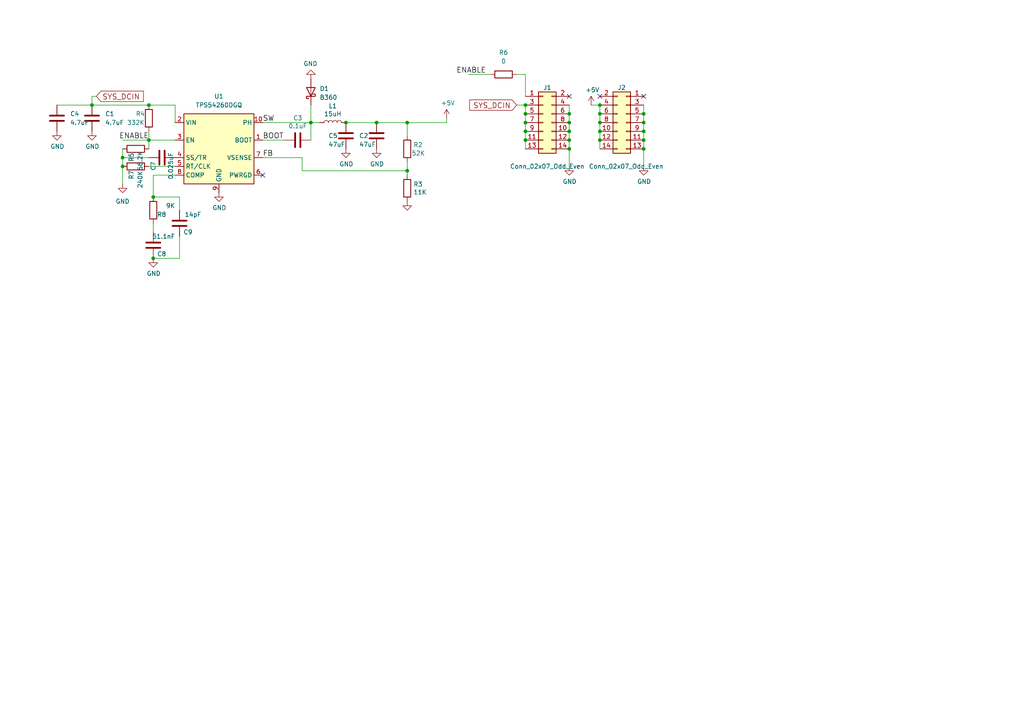
<source format=kicad_sch>
(kicad_sch (version 20231120) (generator "eeschema") (generator_version "8.0")
  (paper "A4")
  (title_block (title "powermod-tps54260-1.4") (company "Lightside Instruments AS"))
  (lib_symbols
    (symbol "Connector_Generic:Conn_02x07_Odd_Even" (pin_names (offset 1.016) hide)
      (property "Reference" "J" (at 1.27 10.16 0))
      (property "Value" "Conn_02x07_Odd_Even" (at 1.27 -10.16 0))
      (symbol "Conn_02x07_Odd_Even_1_1"
        (rectangle (start -1.27 -7.493) (end 0 -7.747) (stroke (width 0.1524)))
        (rectangle (start -1.27 -4.953) (end 0 -5.207) (stroke (width 0.1524)))
        (rectangle (start -1.27 -2.413) (end 0 -2.667) (stroke (width 0.1524)))
        (rectangle (start -1.27 0.127) (end 0 -0.127) (stroke (width 0.1524)))
        (rectangle (start -1.27 2.667) (end 0 2.413) (stroke (width 0.1524)))
        (rectangle (start -1.27 5.207) (end 0 4.953) (stroke (width 0.1524)))
        (rectangle (start -1.27 7.747) (end 0 7.493) (stroke (width 0.1524)))
        (rectangle (start -1.27 8.89) (end 3.81 -8.89) (stroke (width 0.254)) (fill (type background)))
        (rectangle (start 3.81 -7.493) (end 2.54 -7.747) (stroke (width 0.1524)))
        (rectangle (start 3.81 -4.953) (end 2.54 -5.207) (stroke (width 0.1524)))
        (rectangle (start 3.81 -2.413) (end 2.54 -2.667) (stroke (width 0.1524)))
        (rectangle (start 3.81 0.127) (end 2.54 -0.127) (stroke (width 0.1524)))
        (rectangle (start 3.81 2.667) (end 2.54 2.413) (stroke (width 0.1524)))
        (rectangle (start 3.81 5.207) (end 2.54 4.953) (stroke (width 0.1524)))
        (rectangle (start 3.81 7.747) (end 2.54 7.493) (stroke (width 0.1524)))
        (pin passive line (at -5.08 7.62 0) (length 3.81) (name "Pin_1") (number "1"))
        (pin passive line (at 7.62 -2.54 180) (length 3.81) (name "Pin_10") (number "10"))
        (pin passive line (at -5.08 -5.08 0) (length 3.81) (name "Pin_11") (number "11"))
        (pin passive line (at 7.62 -5.08 180) (length 3.81) (name "Pin_12") (number "12"))
        (pin passive line (at -5.08 -7.62 0) (length 3.81) (name "Pin_13") (number "13"))
        (pin passive line (at 7.62 -7.62 180) (length 3.81) (name "Pin_14") (number "14"))
        (pin passive line (at 7.62 7.62 180) (length 3.81) (name "Pin_2") (number "2"))
        (pin passive line (at -5.08 5.08 0) (length 3.81) (name "Pin_3") (number "3"))
        (pin passive line (at 7.62 5.08 180) (length 3.81) (name "Pin_4") (number "4"))
        (pin passive line (at -5.08 2.54 0) (length 3.81) (name "Pin_5") (number "5"))
        (pin passive line (at 7.62 2.54 180) (length 3.81) (name "Pin_6") (number "6"))
        (pin passive line (at -5.08 0 0) (length 3.81) (name "Pin_7") (number "7"))
        (pin passive line (at 7.62 0 180) (length 3.81) (name "Pin_8") (number "8"))
        (pin passive line (at -5.08 -2.54 0) (length 3.81) (name "Pin_9") (number "9"))
      )
    )
    (symbol "Device:C" (pin_numbers hide) (pin_names (offset 0.254))
      (property "Reference" "C" (at 0.635 2.54 0))
      (property "Value" "C" (at 0.635 -2.54 0))
      (symbol "C_0_1"
        (polyline (pts (xy -2.032 -0.762) (xy 2.032 -0.762)) (stroke (width 0.508)))
        (polyline (pts (xy -2.032 0.762) (xy 2.032 0.762)) (stroke (width 0.508)))
      )
      (symbol "C_1_1"
        (pin passive line (at 0 3.81 270) (length 2.794) (name "~") (number "1"))
        (pin passive line (at 0 -3.81 90) (length 2.794) (name "~") (number "2"))
      )
    )
    (symbol "Device:L" (pin_numbers hide) (pin_names (offset 1.016) hide)
      (property "Reference" "L" (at -1.27 0 90))
      (property "Value" "L" (at 1.905 0 90))
      (symbol "L_0_1"
        (arc (start 0 -2.54) (mid 0.6323 -1.905) (end 0 -1.27))
        (arc (start 0 -1.27) (mid 0.6323 -0.635) (end 0 0))
        (arc (start 0 0) (mid 0.6323 0.635) (end 0 1.27))
        (arc (start 0 1.27) (mid 0.6323 1.905) (end 0 2.54))
      )
      (symbol "L_1_1"
        (pin passive line (at 0 3.81 270) (length 1.27) (name "1") (number "1"))
        (pin passive line (at 0 -3.81 90) (length 1.27) (name "2") (number "2"))
      )
    )
    (symbol "Device:R" (pin_numbers hide) (pin_names (offset 0))
      (property "Reference" "R" (at 2.032 0 90))
      (property "Value" "R" (at 0 0 90))
      (symbol "R_0_1"
        (rectangle (start -1.016 -2.54) (end 1.016 2.54) (stroke (width 0.254)))
      )
      (symbol "R_1_1"
        (pin passive line (at 0 3.81 270) (length 1.27) (name "~") (number "1"))
        (pin passive line (at 0 -3.81 90) (length 1.27) (name "~") (number "2"))
      )
    )
    (symbol "Diode:B360" (pin_numbers hide) (pin_names (offset 1.016) hide)
      (property "Reference" "D" (at 0 2.54 0))
      (property "Value" "B360" (at 0 -2.54 0))
      (symbol "B360_0_1"
        (polyline (pts (xy 1.27 0) (xy -1.27 0)))
        (polyline (pts (xy 1.27 1.27) (xy 1.27 -1.27) (xy -1.27 0) (xy 1.27 1.27)) (stroke (width 0.254)))
        (polyline (pts (xy -1.905 0.635) (xy -1.905 1.27) (xy -1.27 1.27) (xy -1.27 -1.27) (xy -0.635 -1.27) (xy -0.635 -0.635)) (stroke (width 0.254)))
      )
      (symbol "B360_1_1"
        (pin passive line (at -3.81 0 0) (length 2.54) (name "K") (number "1"))
        (pin passive line (at 3.81 0 180) (length 2.54) (name "A") (number "2"))
      )
    )
    (symbol "GND_1" (power) (pin_numbers hide) (pin_names (offset 0) hide)
      (property "Value" "GND" (at 0 -3.81 0))
      (symbol "GND_1_0_1"
        (polyline (pts (xy 0 0) (xy 0 -1.27) (xy 1.27 -1.27) (xy 0 -2.54) (xy -1.27 -1.27) (xy 0 -1.27)))
      )
      (symbol "GND_1_1_1"
        (pin power_in line (at 0 0 270) (length 0) (name "~") (number "1"))
      )
    )
    (symbol "Regulator_Switching:TPS54260DGQ"
      (property "Reference" "U" (at -10.16 11.43 0))
      (property "Value" "TPS54260DGQ" (at 1.27 -11.43 0))
      (symbol "TPS54260DGQ_0_1"
        (rectangle (start -10.16 10.16) (end 10.16 -10.16) (stroke (width 0.254)) (fill (type background)))
      )
      (symbol "TPS54260DGQ_1_1"
        (pin output line (at 12.7 2.54 180) (length 2.54) (name "BOOT") (number "1"))
        (pin output line (at 12.7 7.62 180) (length 2.54) (name "PH") (number "10"))
        (pin power_in line (at -12.7 7.62 0) (length 2.54) (name "VIN") (number "2"))
        (pin input line (at -12.7 2.54 0) (length 2.54) (name "EN") (number "3"))
        (pin input line (at -12.7 -2.54 0) (length 2.54) (name "SS/TR") (number "4"))
        (pin input line (at -12.7 -5.08 0) (length 2.54) (name "RT/CLK") (number "5"))
        (pin open_collector line (at 12.7 -7.62 180) (length 2.54) (name "PWRGD") (number "6"))
        (pin input line (at 12.7 -2.54 180) (length 2.54) (name "VSENSE") (number "7"))
        (pin output line (at -12.7 -7.62 0) (length 2.54) (name "COMP") (number "8"))
        (pin power_in line (at 0 -12.7 90) (length 2.54) (name "GND") (number "9"))
      )
    )
    (symbol "power:+5V" (power) (pin_names (offset 0))
      (property "Value" "+5V" (at 0 3.556 0))
      (symbol "+5V_0_1"
        (polyline (pts (xy -0.762 1.27) (xy 0 2.54)))
        (polyline (pts (xy 0 0) (xy 0 2.54)))
        (polyline (pts (xy 0 2.54) (xy 0.762 1.27)))
      )
      (symbol "+5V_1_1"
        (pin power_in line (at 0 0 90) (length 0) hide (name "+5V") (number "1"))
      )
    )
    (symbol "power:GND" (power) (pin_names (offset 0))
      (property "Value" "GND" (at 0 -3.81 0))
      (symbol "GND_0_1"
        (polyline (pts (xy 0 0) (xy 0 -1.27) (xy 1.27 -1.27) (xy 0 -2.54) (xy -1.27 -1.27) (xy 0 -1.27)))
      )
      (symbol "GND_1_1"
        (pin power_in line (at 0 0 270) (length 0) hide (name "GND") (number "1"))
      )
    )
  )
  (junction (at 173.99 40.64))
  (junction (at 173.99 38.1))
  (junction (at 165.1 40.64))
  (junction (at 186.69 43.18))
  (junction (at 118.11 49.53))
  (junction (at 165.1 33.02))
  (junction (at 152.4 30.48))
  (junction (at 44.45 74.93))
  (junction (at 173.99 30.48))
  (junction (at 26.67 30.48))
  (junction (at 43.18 30.48))
  (junction (at 165.1 35.56))
  (junction (at 109.22 35.56))
  (junction (at 186.69 35.56))
  (junction (at 186.69 38.1))
  (junction (at 152.4 35.56))
  (junction (at 186.69 40.64))
  (junction (at 90.17 35.56))
  (junction (at 152.4 40.64))
  (junction (at 152.4 38.1))
  (junction (at 100.33 35.56))
  (junction (at 173.99 35.56))
  (junction (at 173.99 33.02))
  (junction (at 186.69 33.02))
  (junction (at 165.1 38.1))
  (junction (at 118.11 35.56))
  (junction (at 43.18 40.64))
  (junction (at 35.56 45.72))
  (junction (at 165.1 43.18))
  (junction (at 152.4 33.02))
  (junction (at 35.56 48.26))
  (junction (at 44.45 57.15))
  (no_connect (at 186.69 27.94))
  (no_connect (at 173.99 27.94))
  (no_connect (at 165.1 27.94))
  (no_connect (at 76.2 50.8))
  (wire (pts (xy 26.67 30.48) (xy 43.18 30.48)))
  (wire (pts (xy 50.8 50.8) (xy 44.45 50.8)))
  (wire (pts (xy 186.69 40.64) (xy 186.69 38.1)))
  (wire (pts (xy 27.94 27.94) (xy 26.67 27.94)))
  (wire (pts (xy 35.56 43.18) (xy 35.56 45.72)))
  (wire (pts (xy 173.99 35.56) (xy 173.99 38.1)))
  (wire (pts (xy 152.4 40.64) (xy 152.4 43.18)))
  (wire (pts (xy 165.1 35.56) (xy 165.1 38.1)))
  (wire (pts (xy 44.45 50.8) (xy 44.45 57.15)))
  (wire (pts (xy 152.4 27.94) (xy 152.4 21.59)))
  (wire (pts (xy 50.8 30.48) (xy 43.18 30.48)))
  (wire (pts (xy 173.99 30.48) (xy 173.99 33.02)))
  (wire (pts (xy 152.4 33.02) (xy 152.4 35.56)))
  (wire (pts (xy 186.69 30.48) (xy 186.69 33.02)))
  (wire (pts (xy 149.86 30.48) (xy 152.4 30.48)))
  (wire (pts (xy 173.99 40.64) (xy 173.99 43.18)))
  (wire (pts (xy 76.2 45.72) (xy 87.63 45.72)))
  (wire (pts (xy 43.18 38.1) (xy 43.18 40.64)))
  (wire (pts (xy 165.1 33.02) (xy 165.1 35.56)))
  (wire (pts (xy 118.11 49.53) (xy 118.11 46.99)))
  (wire (pts (xy 118.11 50.8) (xy 118.11 49.53)))
  (wire (pts (xy 152.4 35.56) (xy 152.4 38.1)))
  (wire (pts (xy 43.18 48.26) (xy 50.8 48.26)))
  (wire (pts (xy 100.33 35.56) (xy 109.22 35.56)))
  (wire (pts (xy 186.69 35.56) (xy 186.69 33.02)))
  (wire (pts (xy 44.45 64.77) (xy 44.45 67.31)))
  (wire (pts (xy 52.07 74.93) (xy 44.45 74.93)))
  (wire (pts (xy 43.18 40.64) (xy 43.18 43.18)))
  (wire (pts (xy 165.1 40.64) (xy 165.1 43.18)))
  (wire (pts (xy 90.17 40.64) (xy 90.17 35.56)))
  (wire (pts (xy 152.4 38.1) (xy 152.4 40.64)))
  (wire (pts (xy 43.18 40.64) (xy 50.8 40.64)))
  (wire (pts (xy 165.1 38.1) (xy 165.1 40.64)))
  (wire (pts (xy 92.71 35.56) (xy 90.17 35.56)))
  (wire (pts (xy 135.89 21.59) (xy 142.24 21.59)))
  (wire (pts (xy 118.11 35.56) (xy 118.11 39.37)))
  (wire (pts (xy 165.1 43.18) (xy 165.1 48.26)))
  (wire (pts (xy 87.63 49.53) (xy 87.63 45.72)))
  (wire (pts (xy 44.45 57.15) (xy 52.07 57.15)))
  (wire (pts (xy 152.4 30.48) (xy 152.4 33.02)))
  (wire (pts (xy 118.11 35.56) (xy 129.54 35.56)))
  (wire (pts (xy 16.51 30.48) (xy 26.67 30.48)))
  (wire (pts (xy 52.07 57.15) (xy 52.07 60.96)))
  (wire (pts (xy 35.56 45.72) (xy 35.56 48.26)))
  (wire (pts (xy 186.69 38.1) (xy 186.69 35.56)))
  (wire (pts (xy 87.63 49.53) (xy 118.11 49.53)))
  (wire (pts (xy 186.69 43.18) (xy 186.69 48.26)))
  (wire (pts (xy 109.22 35.56) (xy 118.11 35.56)))
  (wire (pts (xy 165.1 30.48) (xy 165.1 33.02)))
  (wire (pts (xy 171.45 30.48) (xy 173.99 30.48)))
  (wire (pts (xy 173.99 33.02) (xy 173.99 35.56)))
  (wire (pts (xy 26.67 27.94) (xy 26.67 30.48)))
  (wire (pts (xy 186.69 43.18) (xy 186.69 40.64)))
  (wire (pts (xy 35.56 40.64) (xy 43.18 40.64)))
  (wire (pts (xy 90.17 30.48) (xy 90.17 35.56)))
  (wire (pts (xy 35.56 45.72) (xy 43.18 45.72)))
  (wire (pts (xy 52.07 68.58) (xy 52.07 74.93)))
  (wire (pts (xy 152.4 21.59) (xy 149.86 21.59)))
  (wire (pts (xy 76.2 40.64) (xy 82.55 40.64)))
  (wire (pts (xy 129.54 35.56) (xy 129.54 34.29)))
  (wire (pts (xy 76.2 35.56) (xy 90.17 35.56)))
  (wire (pts (xy 50.8 35.56) (xy 50.8 30.48)))
  (wire (pts (xy 173.99 38.1) (xy 173.99 40.64)))
  (wire (pts (xy 35.56 48.26) (xy 35.56 53.34)))
  (label "BOOT" (at 76.2 40.64 0) (effects (font (size 1.524 1.524))))
  (label "ENABLE" (at 140.97 21.59 180) (effects (font (size 1.524 1.524))))
  (label "SW" (at 76.2 35.56 0) (effects (font (size 1.524 1.524))))
  (label "ENABLE" (at 43.18 40.64 180) (effects (font (size 1.524 1.524))))
  (label "FB" (at 76.2 45.72 0) (effects (font (size 1.524 1.524))))
  (global_label "SYS_DCIN" (shape input) (at 27.94 27.94 0) (effects (font (size 1.524 1.524))) (property "Intersheetrefs" "${INTERSHEET_REFS}" (effects (hide yes))))
  (global_label "SYS_DCIN" (shape input) (at 149.86 30.48 180) (effects (font (size 1.524 1.524))) (property "Intersheetrefs" "${INTERSHEET_REFS}" (effects (hide yes))))
  (symbol (lib_id "power:GND") (at 26.67 38.1 0) (unit 1)
    (property "Reference" "#PWR0126" (effects (hide yes)))
    (property "Value" "GND" (at 26.797 42.4942 0))
  )
  (symbol (lib_id "Device:L") (at 96.52 35.56 90) (unit 1)
    (property "Reference" "L1" (at 96.52 30.734 90))
    (property "Value" "15uH" (at 96.52 33.0454 90))
    (property "Footprint" "Inductor_SMD:L_Taiyo-Yuden_MD-5050" (effects (hide yes)))
  )
  (symbol (lib_id "Device:C") (at 100.33 39.37 0) (unit 1)
    (property "Reference" "C5" (at 95.25 39.37 0) (effects (justify left)))
    (property "Value" "47uF" (at 95.25 41.91 0) (effects (justify left)))
    (property "Footprint" "Capacitor_SMD:C_0805_2012Metric" (effects (hide yes)))
  )
  (symbol (lib_id "power:GND") (at 100.33 43.18 0) (unit 1)
    (property "Reference" "#PWR0140" (effects (hide yes)))
    (property "Value" "GND" (at 100.457 47.5742 0))
  )
  (symbol (lib_id "Device:R") (at 118.11 43.18 0) (unit 1)
    (property "Reference" "R2" (at 119.888 42.0116 0) (effects (justify left)))
    (property "Value" "52K" (at 119.38 44.45 0) (effects (justify left)))
    (property "Footprint" "Resistor_SMD:R_0402_1005Metric" (effects (hide yes)))
  )
  (symbol (lib_id "Device:R") (at 118.11 54.61 0) (unit 1)
    (property "Reference" "R3" (at 119.888 53.4416 0) (effects (justify left)))
    (property "Value" "11K" (at 119.888 55.753 0) (effects (justify left)))
    (property "Footprint" "Resistor_SMD:R_0402_1005Metric" (effects (hide yes)))
  )
  (symbol (lib_id "power:GND") (at 118.11 58.42 0) (unit 1)
    (property "Reference" "#PWR0142" (effects (hide yes)))
    (property "Value" "GND" (effects (hide yes)))
  )
  (symbol (lib_id "Device:C") (at 86.36 40.64 270) (unit 1)
    (property "Reference" "C3" (at 86.36 34.2392 90))
    (property "Value" "0.1uF" (at 86.36 36.5506 90))
    (property "Footprint" "Capacitor_SMD:C_0402_1005Metric" (effects (hide yes)))
  )
  (symbol (lib_id "power:+5V") (at 129.54 34.29 0) (unit 1)
    (property "Reference" "#PWR0144" (effects (hide yes)))
    (property "Value" "+5V" (at 129.921 29.8958 0))
  )
  (symbol (lib_id "Connector_Generic:Conn_02x07_Odd_Even") (at 157.48 35.56 0) (unit 1)
    (property "Reference" "J1" (at 158.75 25.4 0))
    (property "Value" "Conn_02x07_Odd_Even" (at 158.75 48.26 0))
    (property "Footprint" "Connector_PinHeader_2.00mm:PinHeader_2x07_P2.00mm_Vertical_SMD" (effects (hide yes)))
  )
  (symbol (lib_id "Connector_Generic:Conn_02x07_Odd_Even") (at 181.61 35.56 0) (mirror y) (unit 1)
    (property "Reference" "J2" (at 180.34 25.4 0))
    (property "Value" "Conn_02x07_Odd_Even" (at 181.61 48.26 0))
    (property "Footprint" "Connector_PinHeader_2.00mm:PinHeader_2x07_P2.00mm_Vertical_SMD" (effects (hide yes)))
  )
  (symbol (lib_id "power:GND") (at 165.1 48.26 0) (unit 1)
    (property "Reference" "#PWR0122" (effects (hide yes)))
    (property "Value" "GND" (at 165.227 52.6542 0))
  )
  (symbol (lib_id "power:GND") (at 186.69 48.26 0) (unit 1)
    (property "Reference" "#PWR0147" (effects (hide yes)))
    (property "Value" "GND" (at 186.817 52.6542 0))
  )
  (symbol (lib_id "power:+5V") (at 171.45 30.48 0) (unit 1)
    (property "Reference" "#PWR0148" (effects (hide yes)))
    (property "Value" "+5V" (at 171.831 26.0858 0))
  )
  (symbol (lib_id "Device:R") (at 43.18 34.29 0) (unit 1)
    (property "Reference" "R4" (at 39.37 33.02 0) (effects (justify left)))
    (property "Value" "332K" (at 36.83 35.56 0) (effects (justify left)))
    (property "Footprint" "Resistor_SMD:R_0402_1005Metric" (effects (hide yes)))
  )
  (symbol (lib_id "Device:R") (at 39.37 43.18 90) (unit 1)
    (property "Reference" "R5" (at 38.1 46.99 0) (effects (justify left)))
    (property "Value" "56.2K" (at 40.64 49.53 0) (effects (justify left)))
    (property "Footprint" "Resistor_SMD:R_0402_1005Metric" (effects (hide yes)))
  )
  (symbol (lib_id "power:GND") (at 44.45 74.93 0) (unit 1)
    (property "Reference" "#PWR03" (effects (hide yes)))
    (property "Value" "GND" (at 44.577 79.3242 0))
  )
  (symbol (lib_id "Device:C") (at 44.45 71.12 180) (unit 1)
    (property "Reference" "C8" (at 48.26 73.66 0) (effects (justify left)))
    (property "Value" "51.1nF" (at 50.8 68.58 0) (effects (justify left)))
    (property "Footprint" "Capacitor_SMD:C_0402_1005Metric" (effects (hide yes)))
  )
  (symbol (lib_id "Device:C") (at 52.07 64.77 180) (unit 1)
    (property "Reference" "C9" (at 55.88 67.31 0) (effects (justify left)))
    (property "Value" "14pF" (at 58.42 62.23 0) (effects (justify left)))
    (property "Footprint" "Capacitor_SMD:C_0402_1005Metric" (effects (hide yes)))
  )
  (symbol (lib_id "power:GND") (at 109.22 43.18 0) (unit 1)
    (property "Reference" "#PWR05" (effects (hide yes)))
    (property "Value" "GND" (at 109.347 47.5742 0))
  )
  (symbol (lib_id "Device:C") (at 46.99 45.72 90) (unit 1)
    (property "Reference" "C7" (at 44.45 49.53 0) (effects (justify left)))
    (property "Value" "0.025uF" (at 49.53 52.07 0) (effects (justify left)))
    (property "Footprint" "Capacitor_SMD:C_0402_1005Metric" (effects (hide yes)))
  )
  (symbol (lib_id "Diode:B360") (at 90.17 26.67 90) (unit 1)
    (property "Reference" "D1" (at 92.71 25.7174 90) (effects (justify right)))
    (property "Value" "B360" (at 92.71 28.2574 90) (effects (justify right)))
    (property "Footprint" "Diode_SMD:D_SMC" (effects (hide yes)))
    (property "Datasheet" "http://www.jameco.com/Jameco/Products/ProdDS/1538777.pdf" (effects (hide yes)))
    (property "Description" "60V 3A Schottky Barrier Rectifier Diode, SMC" (effects (hide yes)))
  )
  (symbol (lib_id "Device:R") (at 146.05 21.59 90) (unit 1)
    (property "Reference" "R6" (at 146.05 15.24 90))
    (property "Value" "0" (at 146.05 17.78 90))
    (property "Footprint" "Resistor_SMD:R_0402_1005Metric" (effects (hide yes)))
  )
  (symbol (lib_id "Device:C") (at 26.67 34.29 0) (unit 1)
    (property "Reference" "C1" (at 30.48 33.0199 0) (effects (justify left)))
    (property "Value" "4.7uF" (at 30.48 35.5599 0) (effects (justify left)))
    (property "Footprint" "Capacitor_SMD:C_1210_3225Metric" (effects (hide yes)))
    (property "Description" "Unpolarized capacitor" (effects (hide yes)))
  )
  (symbol (lib_id "power:GND") (at 16.51 38.1 0) (unit 1)
    (property "Reference" "#PWR06" (effects (hide yes)))
    (property "Value" "GND" (at 16.637 42.4942 0))
  )
  (symbol (lib_name "GND_1") (lib_id "power:GND") (at 35.56 53.34 0) (unit 1)
    (property "Reference" "#PWR02" (effects (hide yes)))
    (property "Value" "GND" (at 35.56 58.42 0))
    (property "Description" "Power symbol creates a global label with name \"GND\" , ground" (effects (hide yes)))
  )
  (symbol (lib_id "power:GND") (at 63.5 55.88 0) (unit 1)
    (property "Reference" "#PWR01" (effects (hide yes)))
    (property "Value" "GND" (at 63.627 60.2742 0))
  )
  (symbol (lib_id "power:GND") (at 90.17 22.86 180) (unit 1)
    (property "Reference" "#PWR04" (effects (hide yes)))
    (property "Value" "GND" (at 90.043 18.4658 0))
  )
  (symbol (lib_id "Device:C") (at 16.51 34.29 0) (unit 1)
    (property "Reference" "C4" (at 20.32 33.0199 0) (effects (justify left)))
    (property "Value" "4.7uF" (at 20.32 35.5599 0) (effects (justify left)))
    (property "Footprint" "Capacitor_SMD:C_1210_3225Metric" (effects (hide yes)))
    (property "Description" "Unpolarized capacitor" (effects (hide yes)))
  )
  (symbol (lib_id "Device:R") (at 39.37 48.26 90) (unit 1)
    (property "Reference" "R7" (at 38.1 52.07 0) (effects (justify left)))
    (property "Value" "240K" (at 40.64 54.61 0) (effects (justify left)))
    (property "Footprint" "Resistor_SMD:R_0402_1005Metric" (effects (hide yes)))
  )
  (symbol (lib_id "Device:C") (at 109.22 39.37 0) (unit 1)
    (property "Reference" "C2" (at 104.14 39.37 0) (effects (justify left)))
    (property "Value" "47uF" (at 104.14 41.91 0) (effects (justify left)))
    (property "Footprint" "Capacitor_SMD:C_0805_2012Metric" (effects (hide yes)))
  )
  (symbol (lib_id "Regulator_Switching:TPS54260DGQ") (at 63.5 43.18 0) (unit 1)
    (property "Reference" "U1" (at 63.5 27.94 0))
    (property "Value" "TPS54260DGQ" (at 63.5 30.48 0))
    (property "Footprint" "Package_SO:MSOP-10-1EP_3x3mm_P0.5mm_EP2.2x3.1mm_Mask1.83x1.89mm_ThermalVias" (effects (hide yes)))
    (property "Datasheet" "https://www.ti.com/lit/ds/symlink/tps54260.pdf" (effects (hide yes)))
    (property "Description" "2.5A, Step Down DC-DC Converter with Eco-mode, 3.5-60V Input Voltage, MSOP-10" (effects (hide yes)))
  )
  (symbol (lib_id "Device:R") (at 44.45 60.96 180) (unit 1)
    (property "Reference" "R8" (at 48.26 62.23 0) (effects (justify left)))
    (property "Value" "9K" (at 50.8 59.69 0) (effects (justify left)))
    (property "Footprint" "Resistor_SMD:R_0402_1005Metric" (effects (hide yes)))
  )
)
</source>
